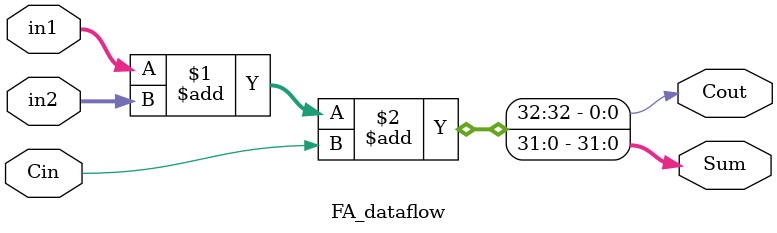
<source format=v>

module FA_dataflow (Cout, Sum, in1, in2, Cin);
	input [31:0] in1, in2;
	input Cin;
	output Cout;
	output [31:0] Sum;
	assign {Cout, Sum} = in1 + in2 + Cin;
endmodule
/*
module FA_dataflow (Cout, Sum, in1, in2, Cin);
	input in1, in2;
	input Cin;
	output Cout;
	output Sum;
	assign {Cout, Sum} = in1 + in2 + Cin;
endmodule
*/
/*
module tb_fa;
	reg [31:0] in1, in2;
	wire cout;
	wire [31:0] sum;
	reg cin;
	FA_dataflow f1 (cout, sum, in1, in2, cin);
	initial 
	$monitor("in1 = %b, in2 = %b, cin = %b, cout = %b, sum=%b", in1, in2, cin , cout, sum);
	initial
	begin
	in1 = 32'h0000; in2 = 32'h0001;cin = 1;
	#10 in1 = 32'h0001 ; in2 = 32'h0002; cin = 1;
	#20 in1 = 32'hFFFFFFFF; in2 = 32'h0000; cin = 1;
	end
endmodule
*/
</source>
